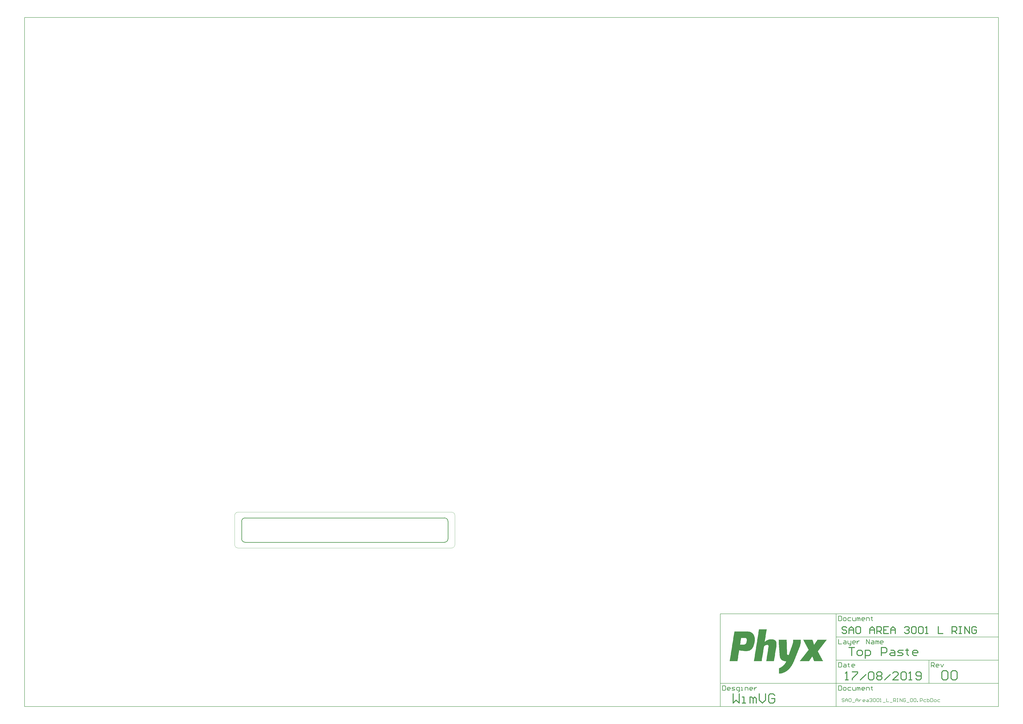
<source format=gtp>
G04*
G04 #@! TF.GenerationSoftware,Altium Limited,Altium Designer,18.1.7 (191)*
G04*
G04 Layer_Color=8421504*
%FSLAX25Y25*%
%MOIN*%
G70*
G01*
G75*
%ADD10C,0.01575*%
%ADD11C,0.00984*%
%ADD12C,0.00394*%
%ADD13C,0.00787*%
G36*
X872201Y-141778D02*
X873919D01*
Y-142065D01*
X874778D01*
Y-142351D01*
X875637D01*
Y-142637D01*
X876496D01*
Y-142924D01*
X877069D01*
Y-143210D01*
X877355D01*
Y-143496D01*
X877928D01*
Y-143783D01*
X878214D01*
Y-144069D01*
X878786D01*
Y-144355D01*
X879073D01*
Y-144641D01*
X879359D01*
Y-144928D01*
X879646D01*
Y-145214D01*
X879932D01*
Y-145501D01*
X880218D01*
Y-145787D01*
X880504D01*
Y-146073D01*
Y-146359D01*
X880791D01*
Y-146646D01*
X881077D01*
Y-146932D01*
Y-147218D01*
X881363D01*
Y-147505D01*
X881650D01*
Y-147791D01*
Y-148077D01*
X881936D01*
Y-148364D01*
Y-148650D01*
Y-148936D01*
X882222D01*
Y-149223D01*
Y-149509D01*
Y-149795D01*
X882509D01*
Y-150082D01*
Y-150368D01*
Y-150654D01*
Y-150940D01*
X882795D01*
Y-151227D01*
Y-151513D01*
Y-151799D01*
Y-152086D01*
Y-152372D01*
X883081D01*
Y-152658D01*
Y-152945D01*
Y-153231D01*
Y-153517D01*
Y-153804D01*
Y-154090D01*
Y-154376D01*
Y-154663D01*
Y-154949D01*
Y-155235D01*
Y-155521D01*
Y-155808D01*
Y-156094D01*
Y-156380D01*
Y-156667D01*
Y-156953D01*
Y-157239D01*
Y-157526D01*
Y-157812D01*
Y-158098D01*
X882795D01*
Y-158385D01*
Y-158671D01*
Y-158957D01*
Y-159244D01*
Y-159530D01*
Y-159816D01*
Y-160102D01*
X882509D01*
Y-160389D01*
Y-160675D01*
Y-160961D01*
Y-161248D01*
Y-161534D01*
X882222D01*
Y-161820D01*
Y-162107D01*
Y-162393D01*
Y-162679D01*
Y-162966D01*
X881936D01*
Y-163252D01*
Y-163538D01*
Y-163824D01*
X881650D01*
Y-164111D01*
Y-164397D01*
Y-164683D01*
Y-164970D01*
X881363D01*
Y-165256D01*
Y-165542D01*
Y-165829D01*
X881077D01*
Y-166115D01*
Y-166401D01*
X880791D01*
Y-166688D01*
Y-166974D01*
Y-167260D01*
X880504D01*
Y-167547D01*
Y-167833D01*
X880218D01*
Y-168119D01*
Y-168405D01*
X879932D01*
Y-168692D01*
Y-168978D01*
X879646D01*
Y-169264D01*
X879359D01*
Y-169551D01*
Y-169837D01*
X879073D01*
Y-170123D01*
X878786D01*
Y-170410D01*
X878500D01*
Y-170696D01*
Y-170982D01*
X878214D01*
Y-171269D01*
X877928D01*
Y-171555D01*
X877641D01*
Y-171841D01*
X877355D01*
Y-172127D01*
X877069D01*
Y-172414D01*
X876496D01*
Y-172700D01*
X876210D01*
Y-172986D01*
X875637D01*
Y-173273D01*
X875351D01*
Y-173559D01*
X874778D01*
Y-173845D01*
X873919D01*
Y-174132D01*
X873060D01*
Y-174418D01*
X872201D01*
Y-174704D01*
X870483D01*
Y-174991D01*
X865330D01*
Y-174704D01*
X862753D01*
Y-174418D01*
X860749D01*
Y-174132D01*
X859317D01*
Y-173845D01*
X857886D01*
Y-173559D01*
X856454D01*
Y-173845D01*
Y-174132D01*
Y-174418D01*
Y-174704D01*
Y-174991D01*
Y-175277D01*
Y-175563D01*
X856168D01*
Y-175850D01*
Y-176136D01*
Y-176422D01*
Y-176709D01*
Y-176995D01*
Y-177281D01*
X855882D01*
Y-177568D01*
Y-177854D01*
Y-178140D01*
Y-178426D01*
Y-178713D01*
Y-178999D01*
X855595D01*
Y-179285D01*
Y-179572D01*
Y-179858D01*
Y-180144D01*
Y-180431D01*
Y-180717D01*
Y-181003D01*
X855309D01*
Y-181290D01*
Y-181576D01*
Y-181862D01*
Y-182149D01*
Y-182435D01*
Y-182721D01*
X855023D01*
Y-183007D01*
Y-183294D01*
Y-183580D01*
Y-183866D01*
Y-184153D01*
Y-184439D01*
X854736D01*
Y-184725D01*
Y-185012D01*
Y-185298D01*
Y-185584D01*
Y-185871D01*
Y-186157D01*
Y-186443D01*
X854450D01*
Y-186730D01*
Y-187016D01*
Y-187302D01*
Y-187588D01*
Y-187875D01*
Y-188161D01*
X854164D01*
Y-188447D01*
Y-188734D01*
Y-189020D01*
Y-189306D01*
Y-189593D01*
Y-189879D01*
X853877D01*
Y-190165D01*
Y-190452D01*
Y-190738D01*
Y-191024D01*
Y-191311D01*
Y-191597D01*
Y-191883D01*
X840421D01*
Y-191597D01*
X840707D01*
Y-191311D01*
Y-191024D01*
Y-190738D01*
Y-190452D01*
Y-190165D01*
X840993D01*
Y-189879D01*
Y-189593D01*
Y-189306D01*
Y-189020D01*
Y-188734D01*
Y-188447D01*
Y-188161D01*
X841280D01*
Y-187875D01*
Y-187588D01*
Y-187302D01*
Y-187016D01*
Y-186730D01*
Y-186443D01*
X841566D01*
Y-186157D01*
Y-185871D01*
Y-185584D01*
Y-185298D01*
Y-185012D01*
Y-184725D01*
X841852D01*
Y-184439D01*
Y-184153D01*
Y-183866D01*
Y-183580D01*
Y-183294D01*
Y-183007D01*
Y-182721D01*
X842138D01*
Y-182435D01*
Y-182149D01*
Y-181862D01*
Y-181576D01*
Y-181290D01*
Y-181003D01*
X842425D01*
Y-180717D01*
Y-180431D01*
Y-180144D01*
Y-179858D01*
Y-179572D01*
Y-179285D01*
X842711D01*
Y-178999D01*
Y-178713D01*
Y-178426D01*
Y-178140D01*
Y-177854D01*
Y-177568D01*
X842997D01*
Y-177281D01*
Y-176995D01*
Y-176709D01*
Y-176422D01*
Y-176136D01*
Y-175850D01*
Y-175563D01*
X843284D01*
Y-175277D01*
Y-174991D01*
Y-174704D01*
Y-174418D01*
Y-174132D01*
Y-173845D01*
X843570D01*
Y-173559D01*
Y-173273D01*
Y-172986D01*
Y-172700D01*
Y-172414D01*
Y-172127D01*
X843856D01*
Y-171841D01*
Y-171555D01*
Y-171269D01*
Y-170982D01*
Y-170696D01*
Y-170410D01*
X844143D01*
Y-170123D01*
Y-169837D01*
Y-169551D01*
Y-169264D01*
Y-168978D01*
Y-168692D01*
Y-168405D01*
X844429D01*
Y-168119D01*
Y-167833D01*
Y-167547D01*
Y-167260D01*
Y-166974D01*
Y-166688D01*
X844715D01*
Y-166401D01*
Y-166115D01*
Y-165829D01*
Y-165542D01*
Y-165256D01*
Y-164970D01*
X845002D01*
Y-164683D01*
Y-164397D01*
Y-164111D01*
Y-163824D01*
Y-163538D01*
Y-163252D01*
Y-162966D01*
X845288D01*
Y-162679D01*
Y-162393D01*
Y-162107D01*
Y-161820D01*
Y-161534D01*
Y-161248D01*
X845574D01*
Y-160961D01*
Y-160675D01*
Y-160389D01*
Y-160102D01*
Y-159816D01*
Y-159530D01*
X845861D01*
Y-159244D01*
Y-158957D01*
Y-158671D01*
Y-158385D01*
Y-158098D01*
Y-157812D01*
X846147D01*
Y-157526D01*
Y-157239D01*
Y-156953D01*
Y-156667D01*
Y-156380D01*
Y-156094D01*
Y-155808D01*
X846433D01*
Y-155521D01*
Y-155235D01*
Y-154949D01*
Y-154663D01*
Y-154376D01*
Y-154090D01*
X846719D01*
Y-153804D01*
Y-153517D01*
Y-153231D01*
Y-152945D01*
Y-152658D01*
Y-152372D01*
X847006D01*
Y-152086D01*
Y-151799D01*
Y-151513D01*
Y-151227D01*
Y-150940D01*
Y-150654D01*
Y-150368D01*
X847292D01*
Y-150082D01*
Y-149795D01*
Y-149509D01*
Y-149223D01*
Y-148936D01*
Y-148650D01*
X847578D01*
Y-148364D01*
Y-148077D01*
Y-147791D01*
Y-147505D01*
Y-147218D01*
Y-146932D01*
X847865D01*
Y-146646D01*
Y-146359D01*
Y-146073D01*
Y-145787D01*
Y-145501D01*
Y-145214D01*
Y-144928D01*
X848151D01*
Y-144641D01*
Y-144355D01*
Y-144069D01*
Y-143783D01*
Y-143496D01*
Y-143210D01*
X848437D01*
Y-142924D01*
Y-142637D01*
Y-142351D01*
Y-142065D01*
Y-141778D01*
Y-141492D01*
X872201D01*
Y-141778D01*
D02*
G37*
G36*
X903409Y-138343D02*
Y-138629D01*
X903123D01*
Y-138915D01*
Y-139202D01*
Y-139488D01*
Y-139774D01*
Y-140060D01*
Y-140347D01*
X902837D01*
Y-140633D01*
Y-140919D01*
Y-141206D01*
Y-141492D01*
Y-141778D01*
Y-142065D01*
X902551D01*
Y-142351D01*
Y-142637D01*
Y-142924D01*
Y-143210D01*
Y-143496D01*
Y-143783D01*
Y-144069D01*
X902264D01*
Y-144355D01*
Y-144641D01*
Y-144928D01*
Y-145214D01*
Y-145501D01*
Y-145787D01*
X901978D01*
Y-146073D01*
Y-146359D01*
Y-146646D01*
Y-146932D01*
Y-147218D01*
Y-147505D01*
X901692D01*
Y-147791D01*
Y-148077D01*
Y-148364D01*
Y-148650D01*
Y-148936D01*
Y-149223D01*
Y-149509D01*
X901405D01*
Y-149795D01*
Y-150082D01*
Y-150368D01*
Y-150654D01*
Y-150940D01*
Y-151227D01*
X901119D01*
Y-151513D01*
Y-151799D01*
Y-152086D01*
Y-152372D01*
Y-152658D01*
Y-152945D01*
X900833D01*
Y-153231D01*
Y-153517D01*
Y-153804D01*
Y-154090D01*
Y-154376D01*
Y-154663D01*
X900546D01*
Y-154949D01*
Y-155235D01*
Y-155521D01*
Y-155808D01*
Y-156094D01*
Y-156380D01*
Y-156667D01*
X900260D01*
Y-156953D01*
Y-157239D01*
Y-157526D01*
Y-157812D01*
Y-158098D01*
Y-158385D01*
X899974D01*
Y-158671D01*
Y-158957D01*
X900546D01*
Y-158671D01*
X900833D01*
Y-158385D01*
X901119D01*
Y-158098D01*
X901692D01*
Y-157812D01*
X901978D01*
Y-157526D01*
X902264D01*
Y-157239D01*
X902837D01*
Y-156953D01*
X903409D01*
Y-156667D01*
X903696D01*
Y-156380D01*
X904268D01*
Y-156094D01*
X905127D01*
Y-155808D01*
X905700D01*
Y-155521D01*
X906559D01*
Y-155235D01*
X907990D01*
Y-154949D01*
X914289D01*
Y-155235D01*
X915435D01*
Y-155521D01*
X916294D01*
Y-155808D01*
X916866D01*
Y-156094D01*
X917153D01*
Y-156380D01*
X917725D01*
Y-156667D01*
X918011D01*
Y-156953D01*
X918298D01*
Y-157239D01*
X918584D01*
Y-157526D01*
X918870D01*
Y-157812D01*
Y-158098D01*
X919157D01*
Y-158385D01*
Y-158671D01*
X919443D01*
Y-158957D01*
Y-159244D01*
Y-159530D01*
X919729D01*
Y-159816D01*
Y-160102D01*
Y-160389D01*
Y-160675D01*
X920016D01*
Y-160961D01*
Y-161248D01*
Y-161534D01*
Y-161820D01*
Y-162107D01*
Y-162393D01*
Y-162679D01*
Y-162966D01*
Y-163252D01*
Y-163538D01*
Y-163824D01*
Y-164111D01*
Y-164397D01*
Y-164683D01*
Y-164970D01*
Y-165256D01*
Y-165542D01*
Y-165829D01*
X919729D01*
Y-166115D01*
Y-166401D01*
Y-166688D01*
Y-166974D01*
Y-167260D01*
Y-167547D01*
Y-167833D01*
X919443D01*
Y-168119D01*
Y-168405D01*
Y-168692D01*
Y-168978D01*
Y-169264D01*
Y-169551D01*
Y-169837D01*
X919157D01*
Y-170123D01*
Y-170410D01*
Y-170696D01*
Y-170982D01*
Y-171269D01*
Y-171555D01*
X918870D01*
Y-171841D01*
Y-172127D01*
Y-172414D01*
Y-172700D01*
Y-172986D01*
Y-173273D01*
X918584D01*
Y-173559D01*
Y-173845D01*
Y-174132D01*
Y-174418D01*
Y-174704D01*
Y-174991D01*
X918298D01*
Y-175277D01*
Y-175563D01*
Y-175850D01*
Y-176136D01*
Y-176422D01*
Y-176709D01*
Y-176995D01*
X918011D01*
Y-177281D01*
Y-177568D01*
Y-177854D01*
Y-178140D01*
Y-178426D01*
Y-178713D01*
X917725D01*
Y-178999D01*
Y-179285D01*
Y-179572D01*
Y-179858D01*
Y-180144D01*
Y-180431D01*
X917439D01*
Y-180717D01*
Y-181003D01*
Y-181290D01*
Y-181576D01*
Y-181862D01*
Y-182149D01*
Y-182435D01*
X917153D01*
Y-182721D01*
Y-183007D01*
Y-183294D01*
Y-183580D01*
Y-183866D01*
Y-184153D01*
X916866D01*
Y-184439D01*
Y-184725D01*
Y-185012D01*
Y-185298D01*
Y-185584D01*
Y-185871D01*
X916580D01*
Y-186157D01*
Y-186443D01*
Y-186730D01*
Y-187016D01*
Y-187302D01*
Y-187588D01*
X916294D01*
Y-187875D01*
Y-188161D01*
Y-188447D01*
Y-188734D01*
Y-189020D01*
Y-189306D01*
Y-189593D01*
X916007D01*
Y-189879D01*
Y-190165D01*
Y-190452D01*
Y-190738D01*
Y-191024D01*
Y-191311D01*
X915721D01*
Y-191597D01*
Y-191883D01*
X902551D01*
Y-191597D01*
Y-191311D01*
X902837D01*
Y-191024D01*
Y-190738D01*
Y-190452D01*
Y-190165D01*
Y-189879D01*
Y-189593D01*
X903123D01*
Y-189306D01*
Y-189020D01*
Y-188734D01*
Y-188447D01*
Y-188161D01*
Y-187875D01*
Y-187588D01*
X903409D01*
Y-187302D01*
Y-187016D01*
Y-186730D01*
Y-186443D01*
Y-186157D01*
Y-185871D01*
X903696D01*
Y-185584D01*
Y-185298D01*
Y-185012D01*
Y-184725D01*
Y-184439D01*
Y-184153D01*
X903982D01*
Y-183866D01*
Y-183580D01*
Y-183294D01*
Y-183007D01*
Y-182721D01*
Y-182435D01*
Y-182149D01*
X904268D01*
Y-181862D01*
Y-181576D01*
Y-181290D01*
Y-181003D01*
Y-180717D01*
Y-180431D01*
X904555D01*
Y-180144D01*
Y-179858D01*
Y-179572D01*
Y-179285D01*
Y-178999D01*
Y-178713D01*
Y-178426D01*
X904841D01*
Y-178140D01*
Y-177854D01*
Y-177568D01*
Y-177281D01*
Y-176995D01*
Y-176709D01*
X905127D01*
Y-176422D01*
Y-176136D01*
Y-175850D01*
Y-175563D01*
Y-175277D01*
Y-174991D01*
X905414D01*
Y-174704D01*
Y-174418D01*
Y-174132D01*
Y-173845D01*
Y-173559D01*
Y-173273D01*
X905700D01*
Y-172986D01*
Y-172700D01*
Y-172414D01*
Y-172127D01*
Y-171841D01*
Y-171555D01*
Y-171269D01*
X905986D01*
Y-170982D01*
Y-170696D01*
Y-170410D01*
Y-170123D01*
Y-169837D01*
Y-169551D01*
X906273D01*
Y-169264D01*
Y-168978D01*
Y-168692D01*
Y-168405D01*
Y-168119D01*
Y-167833D01*
Y-167547D01*
X906559D01*
Y-167260D01*
Y-166974D01*
Y-166688D01*
Y-166401D01*
Y-166115D01*
Y-165829D01*
X906273D01*
Y-165542D01*
Y-165256D01*
X905986D01*
Y-164970D01*
X905700D01*
Y-164683D01*
X905127D01*
Y-164397D01*
X903409D01*
Y-164683D01*
X901978D01*
Y-164970D01*
X901119D01*
Y-165256D01*
X900546D01*
Y-165542D01*
X900260D01*
Y-165829D01*
X899687D01*
Y-166115D01*
X899401D01*
Y-166401D01*
X899115D01*
Y-166688D01*
Y-166974D01*
X898828D01*
Y-167260D01*
Y-167547D01*
Y-167833D01*
X898542D01*
Y-168119D01*
Y-168405D01*
Y-168692D01*
Y-168978D01*
Y-169264D01*
Y-169551D01*
X898256D01*
Y-169837D01*
Y-170123D01*
Y-170410D01*
Y-170696D01*
Y-170982D01*
Y-171269D01*
Y-171555D01*
X897970D01*
Y-171841D01*
Y-172127D01*
Y-172414D01*
Y-172700D01*
Y-172986D01*
Y-173273D01*
X897683D01*
Y-173559D01*
Y-173845D01*
Y-174132D01*
Y-174418D01*
Y-174704D01*
Y-174991D01*
X897397D01*
Y-175277D01*
Y-175563D01*
Y-175850D01*
Y-176136D01*
Y-176422D01*
Y-176709D01*
X897111D01*
Y-176995D01*
Y-177281D01*
Y-177568D01*
Y-177854D01*
Y-178140D01*
Y-178426D01*
Y-178713D01*
X896824D01*
Y-178999D01*
Y-179285D01*
Y-179572D01*
Y-179858D01*
Y-180144D01*
Y-180431D01*
X896538D01*
Y-180717D01*
Y-181003D01*
Y-181290D01*
Y-181576D01*
Y-181862D01*
Y-182149D01*
X896252D01*
Y-182435D01*
Y-182721D01*
Y-183007D01*
Y-183294D01*
Y-183580D01*
Y-183866D01*
Y-184153D01*
X895965D01*
Y-184439D01*
Y-184725D01*
Y-185012D01*
Y-185298D01*
Y-185584D01*
Y-185871D01*
X895679D01*
Y-186157D01*
Y-186443D01*
Y-186730D01*
Y-187016D01*
Y-187302D01*
Y-187588D01*
X895393D01*
Y-187875D01*
Y-188161D01*
Y-188447D01*
Y-188734D01*
Y-189020D01*
Y-189306D01*
X895106D01*
Y-189593D01*
Y-189879D01*
Y-190165D01*
Y-190452D01*
Y-190738D01*
Y-191024D01*
Y-191311D01*
X894820D01*
Y-191597D01*
Y-191883D01*
X881650D01*
Y-191597D01*
Y-191311D01*
X881936D01*
Y-191024D01*
Y-190738D01*
Y-190452D01*
Y-190165D01*
Y-189879D01*
Y-189593D01*
Y-189306D01*
X882222D01*
Y-189020D01*
Y-188734D01*
Y-188447D01*
Y-188161D01*
Y-187875D01*
Y-187588D01*
X882509D01*
Y-187302D01*
Y-187016D01*
Y-186730D01*
Y-186443D01*
Y-186157D01*
Y-185871D01*
X882795D01*
Y-185584D01*
Y-185298D01*
Y-185012D01*
Y-184725D01*
Y-184439D01*
Y-184153D01*
Y-183866D01*
X883081D01*
Y-183580D01*
Y-183294D01*
Y-183007D01*
Y-182721D01*
Y-182435D01*
Y-182149D01*
X883368D01*
Y-181862D01*
Y-181576D01*
Y-181290D01*
Y-181003D01*
Y-180717D01*
Y-180431D01*
X883654D01*
Y-180144D01*
Y-179858D01*
Y-179572D01*
Y-179285D01*
Y-178999D01*
Y-178713D01*
X883940D01*
Y-178426D01*
Y-178140D01*
Y-177854D01*
Y-177568D01*
Y-177281D01*
Y-176995D01*
Y-176709D01*
X884227D01*
Y-176422D01*
Y-176136D01*
Y-175850D01*
Y-175563D01*
Y-175277D01*
Y-174991D01*
X884513D01*
Y-174704D01*
Y-174418D01*
Y-174132D01*
Y-173845D01*
Y-173559D01*
Y-173273D01*
X884799D01*
Y-172986D01*
Y-172700D01*
Y-172414D01*
Y-172127D01*
Y-171841D01*
Y-171555D01*
Y-171269D01*
X885085D01*
Y-170982D01*
Y-170696D01*
Y-170410D01*
Y-170123D01*
Y-169837D01*
Y-169551D01*
X885372D01*
Y-169264D01*
Y-168978D01*
Y-168692D01*
Y-168405D01*
Y-168119D01*
Y-167833D01*
X885658D01*
Y-167547D01*
Y-167260D01*
Y-166974D01*
Y-166688D01*
Y-166401D01*
Y-166115D01*
X885944D01*
Y-165829D01*
Y-165542D01*
Y-165256D01*
Y-164970D01*
Y-164683D01*
Y-164397D01*
Y-164111D01*
X886231D01*
Y-163824D01*
Y-163538D01*
Y-163252D01*
Y-162966D01*
Y-162679D01*
Y-162393D01*
X886517D01*
Y-162107D01*
Y-161820D01*
Y-161534D01*
Y-161248D01*
Y-160961D01*
Y-160675D01*
X886803D01*
Y-160389D01*
Y-160102D01*
Y-159816D01*
Y-159530D01*
Y-159244D01*
Y-158957D01*
X887090D01*
Y-158671D01*
Y-158385D01*
Y-158098D01*
Y-157812D01*
Y-157526D01*
Y-157239D01*
Y-156953D01*
X887376D01*
Y-156667D01*
Y-156380D01*
Y-156094D01*
Y-155808D01*
Y-155521D01*
Y-155235D01*
X887662D01*
Y-154949D01*
Y-154663D01*
Y-154376D01*
Y-154090D01*
Y-153804D01*
Y-153517D01*
X887949D01*
Y-153231D01*
Y-152945D01*
Y-152658D01*
Y-152372D01*
Y-152086D01*
Y-151799D01*
Y-151513D01*
X888235D01*
Y-151227D01*
Y-150940D01*
Y-150654D01*
Y-150368D01*
Y-150082D01*
Y-149795D01*
X888521D01*
Y-149509D01*
Y-149223D01*
Y-148936D01*
Y-148650D01*
Y-148364D01*
Y-148077D01*
X888807D01*
Y-147791D01*
Y-147505D01*
Y-147218D01*
Y-146932D01*
Y-146646D01*
Y-146359D01*
X889094D01*
Y-146073D01*
Y-145787D01*
Y-145501D01*
Y-145214D01*
Y-144928D01*
Y-144641D01*
Y-144355D01*
X889380D01*
Y-144069D01*
Y-143783D01*
Y-143496D01*
Y-143210D01*
Y-142924D01*
Y-142637D01*
X889666D01*
Y-142351D01*
Y-142065D01*
Y-141778D01*
Y-141492D01*
Y-141206D01*
Y-140919D01*
X889953D01*
Y-140633D01*
Y-140347D01*
Y-140060D01*
Y-139774D01*
Y-139488D01*
Y-139202D01*
Y-138915D01*
X890239D01*
Y-138629D01*
Y-138343D01*
Y-138056D01*
X903409D01*
Y-138343D01*
D02*
G37*
G36*
X1005337Y-155808D02*
X1005050D01*
Y-156094D01*
X1004764D01*
Y-156380D01*
Y-156667D01*
X1004478D01*
Y-156953D01*
X1004192D01*
Y-157239D01*
X1003905D01*
Y-157526D01*
Y-157812D01*
X1003619D01*
Y-158098D01*
X1003333D01*
Y-158385D01*
X1003046D01*
Y-158671D01*
X1002760D01*
Y-158957D01*
Y-159244D01*
X1002474D01*
Y-159530D01*
X1002187D01*
Y-159816D01*
X1001901D01*
Y-160102D01*
Y-160389D01*
X1001615D01*
Y-160675D01*
X1001328D01*
Y-160961D01*
X1001042D01*
Y-161248D01*
X1000756D01*
Y-161534D01*
Y-161820D01*
X1000469D01*
Y-162107D01*
X1000183D01*
Y-162393D01*
X999897D01*
Y-162679D01*
Y-162966D01*
X999611D01*
Y-163252D01*
X999324D01*
Y-163538D01*
X999038D01*
Y-163824D01*
Y-164111D01*
X998752D01*
Y-164397D01*
X998465D01*
Y-164683D01*
X998179D01*
Y-164970D01*
X997893D01*
Y-165256D01*
Y-165542D01*
X997606D01*
Y-165829D01*
X997320D01*
Y-166115D01*
X997034D01*
Y-166401D01*
Y-166688D01*
X996747D01*
Y-166974D01*
X996461D01*
Y-167260D01*
X996175D01*
Y-167547D01*
Y-167833D01*
X995889D01*
Y-168119D01*
X995602D01*
Y-168405D01*
X995316D01*
Y-168692D01*
X995030D01*
Y-168978D01*
Y-169264D01*
X994743D01*
Y-169551D01*
X994457D01*
Y-169837D01*
X994171D01*
Y-170123D01*
Y-170410D01*
X993884D01*
Y-170696D01*
X993598D01*
Y-170982D01*
X993312D01*
Y-171269D01*
Y-171555D01*
X993025D01*
Y-171841D01*
X992739D01*
Y-172127D01*
X992453D01*
Y-172414D01*
X992166D01*
Y-172700D01*
Y-172986D01*
X991880D01*
Y-173273D01*
X991594D01*
Y-173559D01*
X991308D01*
Y-173845D01*
Y-174132D01*
X991021D01*
Y-174418D01*
X990735D01*
Y-174704D01*
X990449D01*
Y-174991D01*
X990162D01*
Y-175277D01*
Y-175563D01*
X990449D01*
Y-175850D01*
Y-176136D01*
X990735D01*
Y-176422D01*
Y-176709D01*
X991021D01*
Y-176995D01*
X991308D01*
Y-177281D01*
Y-177568D01*
X991594D01*
Y-177854D01*
Y-178140D01*
X991880D01*
Y-178426D01*
Y-178713D01*
X992166D01*
Y-178999D01*
Y-179285D01*
X992453D01*
Y-179572D01*
Y-179858D01*
X992739D01*
Y-180144D01*
Y-180431D01*
X993025D01*
Y-180717D01*
Y-181003D01*
X993312D01*
Y-181290D01*
Y-181576D01*
X993598D01*
Y-181862D01*
X993884D01*
Y-182149D01*
Y-182435D01*
X994171D01*
Y-182721D01*
Y-183007D01*
X994457D01*
Y-183294D01*
Y-183580D01*
X994743D01*
Y-183866D01*
Y-184153D01*
X995030D01*
Y-184439D01*
Y-184725D01*
X995316D01*
Y-185012D01*
Y-185298D01*
X995602D01*
Y-185584D01*
Y-185871D01*
X995889D01*
Y-186157D01*
X996175D01*
Y-186443D01*
Y-186730D01*
X996461D01*
Y-187016D01*
Y-187302D01*
X996747D01*
Y-187588D01*
Y-187875D01*
X997034D01*
Y-188161D01*
Y-188447D01*
X997320D01*
Y-188734D01*
Y-189020D01*
X997606D01*
Y-189306D01*
Y-189593D01*
X997893D01*
Y-189879D01*
Y-190165D01*
X998179D01*
Y-190452D01*
X998465D01*
Y-190738D01*
Y-191024D01*
X998752D01*
Y-191311D01*
Y-191597D01*
X999038D01*
Y-191883D01*
X983863D01*
Y-191597D01*
X983577D01*
Y-191311D01*
Y-191024D01*
Y-190738D01*
X983291D01*
Y-190452D01*
Y-190165D01*
Y-189879D01*
X983004D01*
Y-189593D01*
Y-189306D01*
X982718D01*
Y-189020D01*
Y-188734D01*
Y-188447D01*
X982432D01*
Y-188161D01*
Y-187875D01*
Y-187588D01*
X982146D01*
Y-187302D01*
Y-187016D01*
X981859D01*
Y-186730D01*
Y-186443D01*
Y-186157D01*
X981573D01*
Y-185871D01*
Y-185584D01*
Y-185298D01*
X981287D01*
Y-185012D01*
Y-184725D01*
Y-184439D01*
X981000D01*
Y-184153D01*
X980428D01*
Y-184439D01*
Y-184725D01*
X980141D01*
Y-185012D01*
X979855D01*
Y-185298D01*
Y-185584D01*
X979569D01*
Y-185871D01*
X979282D01*
Y-186157D01*
Y-186443D01*
X978996D01*
Y-186730D01*
X978710D01*
Y-187016D01*
Y-187302D01*
X978423D01*
Y-187588D01*
X978137D01*
Y-187875D01*
X977851D01*
Y-188161D01*
Y-188447D01*
X977565D01*
Y-188734D01*
X977278D01*
Y-189020D01*
Y-189306D01*
X976992D01*
Y-189593D01*
X976705D01*
Y-189879D01*
Y-190165D01*
X976419D01*
Y-190452D01*
X976133D01*
Y-190738D01*
Y-191024D01*
X975847D01*
Y-191311D01*
X975560D01*
Y-191597D01*
Y-191883D01*
X959527D01*
Y-191597D01*
X959813D01*
Y-191311D01*
X960099D01*
Y-191024D01*
X960386D01*
Y-190738D01*
X960672D01*
Y-190452D01*
Y-190165D01*
X960958D01*
Y-189879D01*
X961245D01*
Y-189593D01*
X961531D01*
Y-189306D01*
X961817D01*
Y-189020D01*
Y-188734D01*
X962104D01*
Y-188447D01*
X962390D01*
Y-188161D01*
X962676D01*
Y-187875D01*
Y-187588D01*
X962963D01*
Y-187302D01*
X963249D01*
Y-187016D01*
X963535D01*
Y-186730D01*
X963822D01*
Y-186443D01*
Y-186157D01*
X964108D01*
Y-185871D01*
X964394D01*
Y-185584D01*
X964680D01*
Y-185298D01*
X964967D01*
Y-185012D01*
Y-184725D01*
X965253D01*
Y-184439D01*
X965539D01*
Y-184153D01*
X965826D01*
Y-183866D01*
Y-183580D01*
X966112D01*
Y-183294D01*
X966398D01*
Y-183007D01*
X966685D01*
Y-182721D01*
X966971D01*
Y-182435D01*
Y-182149D01*
X967257D01*
Y-181862D01*
X967544D01*
Y-181576D01*
X967830D01*
Y-181290D01*
Y-181003D01*
X968116D01*
Y-180717D01*
X968402D01*
Y-180431D01*
X968689D01*
Y-180144D01*
X968975D01*
Y-179858D01*
Y-179572D01*
X969261D01*
Y-179285D01*
X969548D01*
Y-178999D01*
X969834D01*
Y-178713D01*
Y-178426D01*
X970120D01*
Y-178140D01*
X970407D01*
Y-177854D01*
X970693D01*
Y-177568D01*
X970979D01*
Y-177281D01*
Y-176995D01*
X971266D01*
Y-176709D01*
X971552D01*
Y-176422D01*
X971838D01*
Y-176136D01*
X972124D01*
Y-175850D01*
Y-175563D01*
X972411D01*
Y-175277D01*
X972697D01*
Y-174991D01*
X972983D01*
Y-174704D01*
Y-174418D01*
X973270D01*
Y-174132D01*
X973556D01*
Y-173845D01*
X973842D01*
Y-173559D01*
X974129D01*
Y-173273D01*
Y-172986D01*
X974415D01*
Y-172700D01*
Y-172414D01*
Y-172127D01*
X974129D01*
Y-171841D01*
X973842D01*
Y-171555D01*
Y-171269D01*
X973556D01*
Y-170982D01*
Y-170696D01*
X973270D01*
Y-170410D01*
Y-170123D01*
X972983D01*
Y-169837D01*
Y-169551D01*
X972697D01*
Y-169264D01*
Y-168978D01*
X972411D01*
Y-168692D01*
Y-168405D01*
X972124D01*
Y-168119D01*
X971838D01*
Y-167833D01*
Y-167547D01*
X971552D01*
Y-167260D01*
Y-166974D01*
X971266D01*
Y-166688D01*
Y-166401D01*
X970979D01*
Y-166115D01*
Y-165829D01*
X970693D01*
Y-165542D01*
Y-165256D01*
X970407D01*
Y-164970D01*
Y-164683D01*
X970120D01*
Y-164397D01*
X969834D01*
Y-164111D01*
Y-163824D01*
X969548D01*
Y-163538D01*
Y-163252D01*
X969261D01*
Y-162966D01*
Y-162679D01*
X968975D01*
Y-162393D01*
Y-162107D01*
X968689D01*
Y-161820D01*
Y-161534D01*
X968402D01*
Y-161248D01*
Y-160961D01*
X968116D01*
Y-160675D01*
Y-160389D01*
X967830D01*
Y-160102D01*
X967544D01*
Y-159816D01*
Y-159530D01*
X967257D01*
Y-159244D01*
Y-158957D01*
X966971D01*
Y-158671D01*
Y-158385D01*
X966685D01*
Y-158098D01*
Y-157812D01*
X966398D01*
Y-157526D01*
Y-157239D01*
X966112D01*
Y-156953D01*
Y-156667D01*
X965826D01*
Y-156380D01*
X965539D01*
Y-156094D01*
Y-155808D01*
X965253D01*
Y-155521D01*
X981000D01*
Y-155808D01*
X981287D01*
Y-156094D01*
Y-156380D01*
Y-156667D01*
X981573D01*
Y-156953D01*
Y-157239D01*
Y-157526D01*
X981859D01*
Y-157812D01*
Y-158098D01*
Y-158385D01*
X982146D01*
Y-158671D01*
Y-158957D01*
Y-159244D01*
X982432D01*
Y-159530D01*
Y-159816D01*
Y-160102D01*
X982718D01*
Y-160389D01*
Y-160675D01*
Y-160961D01*
X983004D01*
Y-161248D01*
Y-161534D01*
Y-161820D01*
X983291D01*
Y-162107D01*
Y-162393D01*
Y-162679D01*
X983577D01*
Y-162966D01*
Y-163252D01*
Y-163538D01*
Y-163824D01*
X984150D01*
Y-163538D01*
X984436D01*
Y-163252D01*
X984722D01*
Y-162966D01*
Y-162679D01*
X985009D01*
Y-162393D01*
X985295D01*
Y-162107D01*
Y-161820D01*
X985581D01*
Y-161534D01*
X985868D01*
Y-161248D01*
Y-160961D01*
X986154D01*
Y-160675D01*
X986440D01*
Y-160389D01*
Y-160102D01*
X986726D01*
Y-159816D01*
X987013D01*
Y-159530D01*
Y-159244D01*
X987299D01*
Y-158957D01*
X987585D01*
Y-158671D01*
Y-158385D01*
X987872D01*
Y-158098D01*
X988158D01*
Y-157812D01*
Y-157526D01*
X988444D01*
Y-157239D01*
X988731D01*
Y-156953D01*
Y-156667D01*
X989017D01*
Y-156380D01*
X989303D01*
Y-156094D01*
Y-155808D01*
X989590D01*
Y-155521D01*
X1005337D01*
Y-155808D01*
D02*
G37*
G36*
X961245D02*
Y-156094D01*
Y-156380D01*
Y-156667D01*
Y-156953D01*
Y-157239D01*
Y-157526D01*
Y-157812D01*
Y-158098D01*
Y-158385D01*
Y-158671D01*
Y-158957D01*
Y-159244D01*
Y-159530D01*
Y-159816D01*
Y-160102D01*
Y-160389D01*
Y-160675D01*
Y-160961D01*
Y-161248D01*
Y-161534D01*
X960958D01*
Y-161820D01*
Y-162107D01*
Y-162393D01*
Y-162679D01*
Y-162966D01*
X960672D01*
Y-163252D01*
Y-163538D01*
Y-163824D01*
Y-164111D01*
X960386D01*
Y-164397D01*
Y-164683D01*
Y-164970D01*
Y-165256D01*
X960099D01*
Y-165542D01*
Y-165829D01*
Y-166115D01*
X959813D01*
Y-166401D01*
Y-166688D01*
Y-166974D01*
X959527D01*
Y-167260D01*
Y-167547D01*
Y-167833D01*
X959241D01*
Y-168119D01*
Y-168405D01*
Y-168692D01*
X958954D01*
Y-168978D01*
Y-169264D01*
X958668D01*
Y-169551D01*
Y-169837D01*
X958381D01*
Y-170123D01*
Y-170410D01*
Y-170696D01*
X958095D01*
Y-170982D01*
Y-171269D01*
X957809D01*
Y-171555D01*
Y-171841D01*
Y-172127D01*
X957523D01*
Y-172414D01*
Y-172700D01*
X957236D01*
Y-172986D01*
Y-173273D01*
Y-173559D01*
X956950D01*
Y-173845D01*
Y-174132D01*
X956664D01*
Y-174418D01*
Y-174704D01*
Y-174991D01*
X956377D01*
Y-175277D01*
Y-175563D01*
X956091D01*
Y-175850D01*
Y-176136D01*
Y-176422D01*
X955805D01*
Y-176709D01*
Y-176995D01*
X955518D01*
Y-177281D01*
Y-177568D01*
Y-177854D01*
X955232D01*
Y-178140D01*
Y-178426D01*
X954946D01*
Y-178713D01*
Y-178999D01*
Y-179285D01*
X954659D01*
Y-179572D01*
Y-179858D01*
X954373D01*
Y-180144D01*
Y-180431D01*
Y-180717D01*
X954087D01*
Y-181003D01*
Y-181290D01*
X953800D01*
Y-181576D01*
Y-181862D01*
Y-182149D01*
X953514D01*
Y-182435D01*
Y-182721D01*
X953228D01*
Y-183007D01*
Y-183294D01*
Y-183580D01*
X952942D01*
Y-183866D01*
Y-184153D01*
X952655D01*
Y-184439D01*
Y-184725D01*
Y-185012D01*
X952369D01*
Y-185298D01*
Y-185584D01*
X952083D01*
Y-185871D01*
Y-186157D01*
Y-186443D01*
X951796D01*
Y-186730D01*
Y-187016D01*
X951510D01*
Y-187302D01*
Y-187588D01*
Y-187875D01*
X951224D01*
Y-188161D01*
Y-188447D01*
X950937D01*
Y-188734D01*
Y-189020D01*
Y-189306D01*
X950651D01*
Y-189593D01*
Y-189879D01*
X950365D01*
Y-190165D01*
Y-190452D01*
Y-190738D01*
X950078D01*
Y-191024D01*
Y-191311D01*
X949792D01*
Y-191597D01*
Y-191883D01*
Y-192169D01*
X949506D01*
Y-192456D01*
Y-192742D01*
X949220D01*
Y-193028D01*
Y-193315D01*
X948933D01*
Y-193601D01*
Y-193887D01*
X948647D01*
Y-194174D01*
Y-194460D01*
Y-194746D01*
X948361D01*
Y-195033D01*
X948074D01*
Y-195319D01*
Y-195605D01*
Y-195891D01*
X947788D01*
Y-196178D01*
X947502D01*
Y-196464D01*
Y-196750D01*
X947215D01*
Y-197037D01*
Y-197323D01*
X946929D01*
Y-197609D01*
Y-197896D01*
X946643D01*
Y-198182D01*
Y-198468D01*
X946356D01*
Y-198755D01*
X946070D01*
Y-199041D01*
Y-199327D01*
X945784D01*
Y-199614D01*
Y-199900D01*
X945497D01*
Y-200186D01*
X945211D01*
Y-200472D01*
X944925D01*
Y-200759D01*
Y-201045D01*
X944639D01*
Y-201331D01*
X944352D01*
Y-201618D01*
Y-201904D01*
X944066D01*
Y-202190D01*
X943780D01*
Y-202477D01*
X943493D01*
Y-202763D01*
Y-203049D01*
X943207D01*
Y-203336D01*
X942921D01*
Y-203622D01*
X942634D01*
Y-203908D01*
X942348D01*
Y-204195D01*
X942062D01*
Y-204481D01*
Y-204767D01*
X941775D01*
Y-205053D01*
X941489D01*
Y-205340D01*
X941203D01*
Y-205626D01*
X940916D01*
Y-205912D01*
X940630D01*
Y-206199D01*
X940344D01*
Y-206485D01*
X940057D01*
Y-206771D01*
X939485D01*
Y-207058D01*
X939199D01*
Y-207344D01*
X938912D01*
Y-207630D01*
X938626D01*
Y-207917D01*
X938340D01*
Y-208203D01*
X937767D01*
Y-208489D01*
X937481D01*
Y-208776D01*
X936908D01*
Y-209062D01*
X936622D01*
Y-209348D01*
X936049D01*
Y-209634D01*
X935763D01*
Y-209921D01*
X935190D01*
Y-210207D01*
X934618D01*
Y-210493D01*
X934045D01*
Y-210780D01*
X933472D01*
Y-211066D01*
X932900D01*
Y-211352D01*
X932041D01*
Y-211639D01*
X931468D01*
Y-211925D01*
X930609D01*
Y-212211D01*
X929464D01*
Y-212498D01*
X928319D01*
Y-212784D01*
X926601D01*
Y-213070D01*
X924597D01*
Y-213357D01*
X924310D01*
Y-213070D01*
Y-212784D01*
Y-212498D01*
Y-212211D01*
Y-211925D01*
Y-211639D01*
Y-211352D01*
Y-211066D01*
Y-210780D01*
Y-210493D01*
Y-210207D01*
Y-209921D01*
Y-209634D01*
Y-209348D01*
Y-209062D01*
Y-208776D01*
Y-208489D01*
Y-208203D01*
Y-207917D01*
Y-207630D01*
Y-207344D01*
Y-207058D01*
Y-206771D01*
Y-206485D01*
Y-206199D01*
Y-205912D01*
Y-205626D01*
Y-205340D01*
Y-205053D01*
Y-204767D01*
Y-204481D01*
Y-204195D01*
Y-203908D01*
X924883D01*
Y-203622D01*
X925455D01*
Y-203336D01*
X926028D01*
Y-203049D01*
X926601D01*
Y-202763D01*
X927173D01*
Y-202477D01*
X927746D01*
Y-202190D01*
X928032D01*
Y-201904D01*
X928605D01*
Y-201618D01*
X928891D01*
Y-201331D01*
X929464D01*
Y-201045D01*
X929750D01*
Y-200759D01*
X930037D01*
Y-200472D01*
X930609D01*
Y-200186D01*
X930896D01*
Y-199900D01*
X931182D01*
Y-199614D01*
X931468D01*
Y-199327D01*
X931754D01*
Y-199041D01*
X932041D01*
Y-198755D01*
X932327D01*
Y-198468D01*
X932613D01*
Y-198182D01*
X932900D01*
Y-197896D01*
X933186D01*
Y-197609D01*
X933472D01*
Y-197323D01*
X933759D01*
Y-197037D01*
Y-196750D01*
X934045D01*
Y-196464D01*
X934331D01*
Y-196178D01*
X934618D01*
Y-195891D01*
Y-195605D01*
X934904D01*
Y-195319D01*
X935190D01*
Y-195033D01*
Y-194746D01*
X935476D01*
Y-194460D01*
Y-194174D01*
X935763D01*
Y-193887D01*
X936049D01*
Y-193601D01*
Y-193315D01*
X936335D01*
Y-193028D01*
Y-192742D01*
X936622D01*
Y-192456D01*
Y-192169D01*
X934904D01*
Y-191883D01*
X932900D01*
Y-191597D01*
X931754D01*
Y-191311D01*
X931182D01*
Y-191024D01*
X930323D01*
Y-190738D01*
X929750D01*
Y-190452D01*
X929464D01*
Y-190165D01*
X928891D01*
Y-189879D01*
X928605D01*
Y-189593D01*
X928319D01*
Y-189306D01*
X928032D01*
Y-189020D01*
X927746D01*
Y-188734D01*
X927460D01*
Y-188447D01*
Y-188161D01*
X927173D01*
Y-187875D01*
X926887D01*
Y-187588D01*
Y-187302D01*
X926601D01*
Y-187016D01*
Y-186730D01*
X926315D01*
Y-186443D01*
Y-186157D01*
X926028D01*
Y-185871D01*
Y-185584D01*
Y-185298D01*
X925742D01*
Y-185012D01*
Y-184725D01*
Y-184439D01*
Y-184153D01*
X925455D01*
Y-183866D01*
Y-183580D01*
Y-183294D01*
Y-183007D01*
Y-182721D01*
Y-182435D01*
Y-182149D01*
X925169D01*
Y-181862D01*
Y-181576D01*
Y-181290D01*
Y-181003D01*
Y-180717D01*
Y-180431D01*
Y-180144D01*
Y-179858D01*
Y-179572D01*
Y-179285D01*
Y-178999D01*
Y-178713D01*
Y-178426D01*
Y-178140D01*
Y-177854D01*
X924883D01*
Y-177568D01*
Y-177281D01*
Y-176995D01*
Y-176709D01*
Y-176422D01*
Y-176136D01*
Y-175850D01*
Y-175563D01*
Y-175277D01*
Y-174991D01*
Y-174704D01*
Y-174418D01*
Y-174132D01*
Y-173845D01*
Y-173559D01*
X924597D01*
Y-173273D01*
Y-172986D01*
Y-172700D01*
Y-172414D01*
Y-172127D01*
Y-171841D01*
Y-171555D01*
Y-171269D01*
Y-170982D01*
Y-170696D01*
Y-170410D01*
Y-170123D01*
Y-169837D01*
Y-169551D01*
Y-169264D01*
Y-168978D01*
X924310D01*
Y-168692D01*
Y-168405D01*
Y-168119D01*
Y-167833D01*
Y-167547D01*
Y-167260D01*
Y-166974D01*
Y-166688D01*
Y-166401D01*
Y-166115D01*
Y-165829D01*
Y-165542D01*
Y-165256D01*
Y-164970D01*
Y-164683D01*
Y-164397D01*
X924024D01*
Y-164111D01*
Y-163824D01*
Y-163538D01*
Y-163252D01*
Y-162966D01*
Y-162679D01*
Y-162393D01*
Y-162107D01*
Y-161820D01*
Y-161534D01*
Y-161248D01*
Y-160961D01*
Y-160675D01*
Y-160389D01*
X923738D01*
Y-160102D01*
Y-159816D01*
Y-159530D01*
Y-159244D01*
Y-158957D01*
Y-158671D01*
Y-158385D01*
Y-158098D01*
Y-157812D01*
Y-157526D01*
Y-157239D01*
Y-156953D01*
Y-156667D01*
Y-156380D01*
Y-156094D01*
Y-155808D01*
X923451D01*
Y-155521D01*
X937194D01*
Y-155808D01*
Y-156094D01*
Y-156380D01*
Y-156667D01*
Y-156953D01*
Y-157239D01*
Y-157526D01*
Y-157812D01*
Y-158098D01*
Y-158385D01*
Y-158671D01*
Y-158957D01*
Y-159244D01*
Y-159530D01*
X937481D01*
Y-159816D01*
Y-160102D01*
Y-160389D01*
Y-160675D01*
Y-160961D01*
Y-161248D01*
Y-161534D01*
Y-161820D01*
Y-162107D01*
Y-162393D01*
Y-162679D01*
Y-162966D01*
Y-163252D01*
Y-163538D01*
Y-163824D01*
Y-164111D01*
Y-164397D01*
Y-164683D01*
Y-164970D01*
Y-165256D01*
Y-165542D01*
Y-165829D01*
Y-166115D01*
Y-166401D01*
Y-166688D01*
Y-166974D01*
Y-167260D01*
Y-167547D01*
Y-167833D01*
Y-168119D01*
Y-168405D01*
Y-168692D01*
Y-168978D01*
Y-169264D01*
Y-169551D01*
Y-169837D01*
Y-170123D01*
Y-170410D01*
Y-170696D01*
Y-170982D01*
Y-171269D01*
X937767D01*
Y-171555D01*
X937481D01*
Y-171841D01*
Y-172127D01*
X937767D01*
Y-172414D01*
Y-172700D01*
Y-172986D01*
Y-173273D01*
Y-173559D01*
Y-173845D01*
Y-174132D01*
Y-174418D01*
Y-174704D01*
Y-174991D01*
Y-175277D01*
Y-175563D01*
Y-175850D01*
Y-176136D01*
Y-176422D01*
Y-176709D01*
Y-176995D01*
Y-177281D01*
Y-177568D01*
Y-177854D01*
Y-178140D01*
Y-178426D01*
Y-178713D01*
Y-178999D01*
Y-179285D01*
Y-179572D01*
X938053D01*
Y-179858D01*
Y-180144D01*
Y-180431D01*
X938340D01*
Y-180717D01*
X938626D01*
Y-181003D01*
X938912D01*
Y-181290D01*
X939771D01*
Y-181576D01*
X940630D01*
Y-181290D01*
X940916D01*
Y-181003D01*
Y-180717D01*
Y-180431D01*
X941203D01*
Y-180144D01*
Y-179858D01*
X941489D01*
Y-179572D01*
Y-179285D01*
Y-178999D01*
X941775D01*
Y-178713D01*
Y-178426D01*
Y-178140D01*
X942062D01*
Y-177854D01*
Y-177568D01*
Y-177281D01*
X942348D01*
Y-176995D01*
Y-176709D01*
Y-176422D01*
X942634D01*
Y-176136D01*
Y-175850D01*
X942921D01*
Y-175563D01*
Y-175277D01*
Y-174991D01*
X943207D01*
Y-174704D01*
Y-174418D01*
Y-174132D01*
X943493D01*
Y-173845D01*
Y-173559D01*
Y-173273D01*
X943780D01*
Y-172986D01*
Y-172700D01*
X944066D01*
Y-172414D01*
Y-172127D01*
Y-171841D01*
X944352D01*
Y-171555D01*
Y-171269D01*
Y-170982D01*
X944639D01*
Y-170696D01*
Y-170410D01*
Y-170123D01*
X944925D01*
Y-169837D01*
Y-169551D01*
X945211D01*
Y-169264D01*
Y-168978D01*
Y-168692D01*
X945497D01*
Y-168405D01*
Y-168119D01*
Y-167833D01*
X945784D01*
Y-167547D01*
Y-167260D01*
Y-166974D01*
X946070D01*
Y-166688D01*
Y-166401D01*
X946356D01*
Y-166115D01*
Y-165829D01*
Y-165542D01*
X946643D01*
Y-165256D01*
Y-164970D01*
Y-164683D01*
X946929D01*
Y-164397D01*
Y-164111D01*
Y-163824D01*
X947215D01*
Y-163538D01*
Y-163252D01*
Y-162966D01*
Y-162679D01*
X947502D01*
Y-162393D01*
Y-162107D01*
Y-161820D01*
Y-161534D01*
X947788D01*
Y-161248D01*
Y-160961D01*
Y-160675D01*
Y-160389D01*
Y-160102D01*
X948074D01*
Y-159816D01*
Y-159530D01*
Y-159244D01*
Y-158957D01*
Y-158671D01*
Y-158385D01*
X948361D01*
Y-158098D01*
Y-157812D01*
Y-157526D01*
Y-157239D01*
Y-156953D01*
Y-156667D01*
Y-156380D01*
Y-156094D01*
Y-155808D01*
Y-155521D01*
X961245D01*
Y-155808D01*
D02*
G37*
%LPC*%
G36*
X867907Y-152658D02*
X859890D01*
Y-152945D01*
Y-153231D01*
Y-153517D01*
Y-153804D01*
Y-154090D01*
X859604D01*
Y-154376D01*
Y-154663D01*
Y-154949D01*
Y-155235D01*
Y-155521D01*
Y-155808D01*
X859317D01*
Y-156094D01*
Y-156380D01*
Y-156667D01*
Y-156953D01*
Y-157239D01*
Y-157526D01*
X859031D01*
Y-157812D01*
Y-158098D01*
Y-158385D01*
Y-158671D01*
Y-158957D01*
Y-159244D01*
X858745D01*
Y-159530D01*
Y-159816D01*
Y-160102D01*
Y-160389D01*
Y-160675D01*
Y-160961D01*
Y-161248D01*
X858458D01*
Y-161534D01*
Y-161820D01*
Y-162107D01*
Y-162393D01*
Y-162679D01*
Y-162966D01*
X858172D01*
Y-163252D01*
Y-163538D01*
Y-163824D01*
X865330D01*
Y-163538D01*
X866475D01*
Y-163252D01*
X867048D01*
Y-162966D01*
X867334D01*
Y-162679D01*
X867620D01*
Y-162393D01*
X867907D01*
Y-162107D01*
X868193D01*
Y-161820D01*
Y-161534D01*
X868479D01*
Y-161248D01*
Y-160961D01*
X868766D01*
Y-160675D01*
Y-160389D01*
X869052D01*
Y-160102D01*
Y-159816D01*
Y-159530D01*
Y-159244D01*
X869338D01*
Y-158957D01*
Y-158671D01*
Y-158385D01*
Y-158098D01*
Y-157812D01*
X869625D01*
Y-157526D01*
Y-157239D01*
Y-156953D01*
Y-156667D01*
Y-156380D01*
Y-156094D01*
Y-155808D01*
Y-155521D01*
Y-155235D01*
Y-154949D01*
Y-154663D01*
X869338D01*
Y-154376D01*
Y-154090D01*
X869052D01*
Y-153804D01*
Y-153517D01*
X868766D01*
Y-153231D01*
X868479D01*
Y-152945D01*
X867907D01*
Y-152658D01*
D02*
G37*
%LPD*%
D10*
X1042921Y-168552D02*
X1052104D01*
X1047513D01*
Y-182327D01*
X1058992D02*
X1063584D01*
X1065879Y-180031D01*
Y-175439D01*
X1063584Y-173144D01*
X1058992D01*
X1056696Y-175439D01*
Y-180031D01*
X1058992Y-182327D01*
X1070471Y-186919D02*
Y-173144D01*
X1077359D01*
X1079655Y-175439D01*
Y-180031D01*
X1077359Y-182327D01*
X1070471D01*
X1098021D02*
Y-168552D01*
X1104909D01*
X1107205Y-170848D01*
Y-175439D01*
X1104909Y-177735D01*
X1098021D01*
X1114092Y-173144D02*
X1118684D01*
X1120980Y-175439D01*
Y-182327D01*
X1114092D01*
X1111796Y-180031D01*
X1114092Y-177735D01*
X1120980D01*
X1125571Y-182327D02*
X1132459D01*
X1134755Y-180031D01*
X1132459Y-177735D01*
X1127867D01*
X1125571Y-175439D01*
X1127867Y-173144D01*
X1134755D01*
X1141642Y-170848D02*
Y-173144D01*
X1139347D01*
X1143938D01*
X1141642D01*
Y-180031D01*
X1143938Y-182327D01*
X1157713D02*
X1153122D01*
X1150826Y-180031D01*
Y-175439D01*
X1153122Y-173144D01*
X1157713D01*
X1160009Y-175439D01*
Y-177735D01*
X1150826D01*
X846071Y-247293D02*
Y-263036D01*
X851318Y-257788D01*
X856566Y-263036D01*
Y-247293D01*
X861814Y-263036D02*
X867061D01*
X864437D01*
Y-252540D01*
X861814D01*
X874933Y-263036D02*
Y-252540D01*
X877556D01*
X880180Y-255164D01*
Y-263036D01*
Y-255164D01*
X882804Y-252540D01*
X885428Y-255164D01*
Y-263036D01*
X890676Y-247293D02*
Y-257788D01*
X895923Y-263036D01*
X901171Y-257788D01*
Y-247293D01*
X916914Y-249917D02*
X914290Y-247293D01*
X909042D01*
X906419Y-249917D01*
Y-260412D01*
X909042Y-263036D01*
X914290D01*
X916914Y-260412D01*
Y-255164D01*
X911666D01*
X1200401Y-210546D02*
X1203025Y-207923D01*
X1208273D01*
X1210897Y-210546D01*
Y-221042D01*
X1208273Y-223665D01*
X1203025D01*
X1200401Y-221042D01*
Y-210546D01*
X1216144D02*
X1218768Y-207923D01*
X1224016D01*
X1226639Y-210546D01*
Y-221042D01*
X1224016Y-223665D01*
X1218768D01*
X1216144Y-221042D01*
Y-210546D01*
X1037015Y-223665D02*
X1041607D01*
X1039311D01*
Y-209890D01*
X1037015Y-212186D01*
X1048495Y-209890D02*
X1057678D01*
Y-212186D01*
X1048495Y-221370D01*
Y-223665D01*
X1062270D02*
X1071453Y-214482D01*
X1076045Y-212186D02*
X1078341Y-209890D01*
X1082932D01*
X1085228Y-212186D01*
Y-221370D01*
X1082932Y-223665D01*
X1078341D01*
X1076045Y-221370D01*
Y-212186D01*
X1089820D02*
X1092116Y-209890D01*
X1096707D01*
X1099003Y-212186D01*
Y-214482D01*
X1096707Y-216778D01*
X1099003Y-219074D01*
Y-221370D01*
X1096707Y-223665D01*
X1092116D01*
X1089820Y-221370D01*
Y-219074D01*
X1092116Y-216778D01*
X1089820Y-214482D01*
Y-212186D01*
X1092116Y-216778D02*
X1096707D01*
X1103595Y-223665D02*
X1112778Y-214482D01*
X1126553Y-223665D02*
X1117370D01*
X1126553Y-214482D01*
Y-212186D01*
X1124258Y-209890D01*
X1119666D01*
X1117370Y-212186D01*
X1131145D02*
X1133441Y-209890D01*
X1138033D01*
X1140329Y-212186D01*
Y-221370D01*
X1138033Y-223665D01*
X1133441D01*
X1131145Y-221370D01*
Y-212186D01*
X1144920Y-223665D02*
X1149512D01*
X1147216D01*
Y-209890D01*
X1144920Y-212186D01*
X1156400Y-221370D02*
X1158695Y-223665D01*
X1163287D01*
X1165583Y-221370D01*
Y-212186D01*
X1163287Y-209890D01*
X1158695D01*
X1156400Y-212186D01*
Y-214482D01*
X1158695Y-216778D01*
X1165583D01*
X1038981Y-135086D02*
X1037014Y-133118D01*
X1033078D01*
X1031110Y-135086D01*
Y-137054D01*
X1033078Y-139022D01*
X1037014D01*
X1038981Y-140990D01*
Y-142957D01*
X1037014Y-144925D01*
X1033078D01*
X1031110Y-142957D01*
X1042917Y-144925D02*
Y-137054D01*
X1046853Y-133118D01*
X1050789Y-137054D01*
Y-144925D01*
Y-139022D01*
X1042917D01*
X1060628Y-133118D02*
X1056692D01*
X1054724Y-135086D01*
Y-142957D01*
X1056692Y-144925D01*
X1060628D01*
X1062596Y-142957D01*
Y-135086D01*
X1060628Y-133118D01*
X1078339Y-144925D02*
Y-137054D01*
X1082275Y-133118D01*
X1086210Y-137054D01*
Y-144925D01*
Y-139022D01*
X1078339D01*
X1090146Y-144925D02*
Y-133118D01*
X1096049D01*
X1098017Y-135086D01*
Y-139022D01*
X1096049Y-140990D01*
X1090146D01*
X1094082D02*
X1098017Y-144925D01*
X1109825Y-133118D02*
X1101953D01*
Y-144925D01*
X1109825D01*
X1101953Y-139022D02*
X1105889D01*
X1113760Y-144925D02*
Y-137054D01*
X1117696Y-133118D01*
X1121632Y-137054D01*
Y-144925D01*
Y-139022D01*
X1113760D01*
X1137375Y-135086D02*
X1139343Y-133118D01*
X1143278D01*
X1145246Y-135086D01*
Y-137054D01*
X1143278Y-139022D01*
X1141310D01*
X1143278D01*
X1145246Y-140990D01*
Y-142957D01*
X1143278Y-144925D01*
X1139343D01*
X1137375Y-142957D01*
X1149182Y-135086D02*
X1151150Y-133118D01*
X1155085D01*
X1157053Y-135086D01*
Y-142957D01*
X1155085Y-144925D01*
X1151150D01*
X1149182Y-142957D01*
Y-135086D01*
X1160989D02*
X1162957Y-133118D01*
X1166893D01*
X1168861Y-135086D01*
Y-142957D01*
X1166893Y-144925D01*
X1162957D01*
X1160989Y-142957D01*
Y-135086D01*
X1172796Y-144925D02*
X1176732D01*
X1174764D01*
Y-133118D01*
X1172796Y-135086D01*
X1194443Y-133118D02*
Y-144925D01*
X1202314D01*
X1218057D02*
Y-133118D01*
X1223961D01*
X1225929Y-135086D01*
Y-139022D01*
X1223961Y-140990D01*
X1218057D01*
X1221993D02*
X1225929Y-144925D01*
X1229865Y-133118D02*
X1233800D01*
X1231832D01*
Y-144925D01*
X1229865D01*
X1233800D01*
X1239704D02*
Y-133118D01*
X1247575Y-144925D01*
Y-133118D01*
X1259383Y-135086D02*
X1257415Y-133118D01*
X1253479D01*
X1251511Y-135086D01*
Y-142957D01*
X1253479Y-144925D01*
X1257415D01*
X1259383Y-142957D01*
Y-139022D01*
X1255447D01*
D11*
X356299Y9843D02*
G03*
X362205Y15748I0J5906D01*
G01*
Y45276D02*
G03*
X356299Y51181I-5906J0D01*
G01*
X17717D02*
G03*
X11811Y45276I0J-5906D01*
G01*
Y15748D02*
G03*
X17717Y9843I5906J0D01*
G01*
X17717Y51181D02*
X356299D01*
X17717Y9843D02*
X356299D01*
X362205Y15748D02*
Y45276D01*
X11811Y15748D02*
Y45276D01*
X1182685Y-202012D02*
Y-194141D01*
X1186621D01*
X1187932Y-195452D01*
Y-198076D01*
X1186621Y-199388D01*
X1182685D01*
X1185308D02*
X1187932Y-202012D01*
X1194492D02*
X1191868D01*
X1190556Y-200700D01*
Y-198076D01*
X1191868Y-196764D01*
X1194492D01*
X1195804Y-198076D01*
Y-199388D01*
X1190556D01*
X1198428Y-196764D02*
X1201052Y-202012D01*
X1203675Y-196764D01*
X828354Y-233511D02*
Y-241382D01*
X832290D01*
X833602Y-240070D01*
Y-234823D01*
X832290Y-233511D01*
X828354D01*
X840161Y-241382D02*
X837537D01*
X836226Y-240070D01*
Y-237446D01*
X837537Y-236134D01*
X840161D01*
X841473Y-237446D01*
Y-238758D01*
X836226D01*
X844097Y-241382D02*
X848033D01*
X849345Y-240070D01*
X848033Y-238758D01*
X845409D01*
X844097Y-237446D01*
X845409Y-236134D01*
X849345D01*
X854592Y-244006D02*
X855904D01*
X857216Y-242694D01*
Y-236134D01*
X853280D01*
X851968Y-237446D01*
Y-240070D01*
X853280Y-241382D01*
X857216D01*
X859840D02*
X862464D01*
X861152D01*
Y-236134D01*
X859840D01*
X866399Y-241382D02*
Y-236134D01*
X870335D01*
X871647Y-237446D01*
Y-241382D01*
X878207D02*
X875583D01*
X874271Y-240070D01*
Y-237446D01*
X875583Y-236134D01*
X878207D01*
X879519Y-237446D01*
Y-238758D01*
X874271D01*
X882143Y-236134D02*
Y-241382D01*
Y-238758D01*
X883454Y-237446D01*
X884766Y-236134D01*
X886078D01*
X1025204Y-115400D02*
Y-123272D01*
X1029140D01*
X1030452Y-121960D01*
Y-116712D01*
X1029140Y-115400D01*
X1025204D01*
X1034388Y-123272D02*
X1037012D01*
X1038323Y-121960D01*
Y-119336D01*
X1037012Y-118024D01*
X1034388D01*
X1033076Y-119336D01*
Y-121960D01*
X1034388Y-123272D01*
X1046195Y-118024D02*
X1042259D01*
X1040947Y-119336D01*
Y-121960D01*
X1042259Y-123272D01*
X1046195D01*
X1048819Y-118024D02*
Y-121960D01*
X1050131Y-123272D01*
X1054066D01*
Y-118024D01*
X1056690Y-123272D02*
Y-118024D01*
X1058002D01*
X1059314Y-119336D01*
Y-123272D01*
Y-119336D01*
X1060626Y-118024D01*
X1061938Y-119336D01*
Y-123272D01*
X1068498D02*
X1065874D01*
X1064562Y-121960D01*
Y-119336D01*
X1065874Y-118024D01*
X1068498D01*
X1069810Y-119336D01*
Y-120648D01*
X1064562D01*
X1072433Y-123272D02*
Y-118024D01*
X1076369D01*
X1077681Y-119336D01*
Y-123272D01*
X1081617Y-116712D02*
Y-118024D01*
X1080305D01*
X1082929D01*
X1081617D01*
Y-121960D01*
X1082929Y-123272D01*
X1025204Y-154770D02*
Y-162642D01*
X1030452D01*
X1034388Y-157394D02*
X1037012D01*
X1038323Y-158706D01*
Y-162642D01*
X1034388D01*
X1033076Y-161330D01*
X1034388Y-160018D01*
X1038323D01*
X1040947Y-157394D02*
Y-161330D01*
X1042259Y-162642D01*
X1046195D01*
Y-163954D01*
X1044883Y-165266D01*
X1043571D01*
X1046195Y-162642D02*
Y-157394D01*
X1052755Y-162642D02*
X1050131D01*
X1048819Y-161330D01*
Y-158706D01*
X1050131Y-157394D01*
X1052755D01*
X1054066Y-158706D01*
Y-160018D01*
X1048819D01*
X1056690Y-157394D02*
Y-162642D01*
Y-160018D01*
X1058002Y-158706D01*
X1059314Y-157394D01*
X1060626D01*
X1072433Y-162642D02*
Y-154770D01*
X1077681Y-162642D01*
Y-154770D01*
X1081617Y-157394D02*
X1084241D01*
X1085552Y-158706D01*
Y-162642D01*
X1081617D01*
X1080305Y-161330D01*
X1081617Y-160018D01*
X1085552D01*
X1088176Y-162642D02*
Y-157394D01*
X1089488D01*
X1090800Y-158706D01*
Y-162642D01*
Y-158706D01*
X1092112Y-157394D01*
X1093424Y-158706D01*
Y-162642D01*
X1099984D02*
X1097360D01*
X1096048Y-161330D01*
Y-158706D01*
X1097360Y-157394D01*
X1099984D01*
X1101295Y-158706D01*
Y-160018D01*
X1096048D01*
X1025204Y-194141D02*
Y-202012D01*
X1029140D01*
X1030452Y-200700D01*
Y-195452D01*
X1029140Y-194141D01*
X1025204D01*
X1034388Y-196764D02*
X1037012D01*
X1038323Y-198076D01*
Y-202012D01*
X1034388D01*
X1033076Y-200700D01*
X1034388Y-199388D01*
X1038323D01*
X1042259Y-195452D02*
Y-196764D01*
X1040947D01*
X1043571D01*
X1042259D01*
Y-200700D01*
X1043571Y-202012D01*
X1051443D02*
X1048819D01*
X1047507Y-200700D01*
Y-198076D01*
X1048819Y-196764D01*
X1051443D01*
X1052755Y-198076D01*
Y-199388D01*
X1047507D01*
X1025204Y-233511D02*
Y-241382D01*
X1029140D01*
X1030452Y-240070D01*
Y-234823D01*
X1029140Y-233511D01*
X1025204D01*
X1034388Y-241382D02*
X1037012D01*
X1038323Y-240070D01*
Y-237446D01*
X1037012Y-236134D01*
X1034388D01*
X1033076Y-237446D01*
Y-240070D01*
X1034388Y-241382D01*
X1046195Y-236134D02*
X1042259D01*
X1040947Y-237446D01*
Y-240070D01*
X1042259Y-241382D01*
X1046195D01*
X1048819Y-236134D02*
Y-240070D01*
X1050131Y-241382D01*
X1054066D01*
Y-236134D01*
X1056690Y-241382D02*
Y-236134D01*
X1058002D01*
X1059314Y-237446D01*
Y-241382D01*
Y-237446D01*
X1060626Y-236134D01*
X1061938Y-237446D01*
Y-241382D01*
X1068498D02*
X1065874D01*
X1064562Y-240070D01*
Y-237446D01*
X1065874Y-236134D01*
X1068498D01*
X1069810Y-237446D01*
Y-238758D01*
X1064562D01*
X1072433Y-241382D02*
Y-236134D01*
X1076369D01*
X1077681Y-237446D01*
Y-241382D01*
X1081617Y-234823D02*
Y-236134D01*
X1080305D01*
X1082929D01*
X1081617D01*
Y-240070D01*
X1082929Y-241382D01*
D12*
X368110Y0D02*
G03*
X374016Y5906I0J5906D01*
G01*
X374016Y55118D02*
G03*
X368110Y61024I-5906J0D01*
G01*
X5906Y61024D02*
G03*
X0Y55118I0J-5906D01*
G01*
X0Y5906D02*
G03*
X5906Y0I5906J0D01*
G01*
X368110D01*
X374016Y5906D02*
Y55118D01*
X5906Y61024D02*
X368110D01*
X0Y5906D02*
Y55118D01*
D13*
X1178748Y-229571D02*
Y-190201D01*
X1021267Y-150831D02*
X1296858D01*
X1021267Y-190201D02*
X1296858D01*
X824417Y-229571D02*
X1296858D01*
X824417Y-111461D02*
X1296858D01*
X824417Y-268941D02*
Y-111461D01*
X1021267Y-268941D02*
Y-111461D01*
X-356685Y900350D02*
X1296858D01*
Y-268941D02*
Y900350D01*
X-356685Y-268941D02*
Y900350D01*
Y-268941D02*
X1296858D01*
X1035046Y-256147D02*
X1034062Y-255164D01*
X1032094D01*
X1031110Y-256147D01*
Y-257131D01*
X1032094Y-258115D01*
X1034062D01*
X1035046Y-259099D01*
Y-260083D01*
X1034062Y-261067D01*
X1032094D01*
X1031110Y-260083D01*
X1037014Y-261067D02*
Y-257131D01*
X1038981Y-255164D01*
X1040949Y-257131D01*
Y-261067D01*
Y-258115D01*
X1037014D01*
X1045869Y-255164D02*
X1043901D01*
X1042917Y-256147D01*
Y-260083D01*
X1043901Y-261067D01*
X1045869D01*
X1046853Y-260083D01*
Y-256147D01*
X1045869Y-255164D01*
X1048821Y-262051D02*
X1052757D01*
X1054724Y-261067D02*
Y-257131D01*
X1056692Y-255164D01*
X1058660Y-257131D01*
Y-261067D01*
Y-258115D01*
X1054724D01*
X1060628Y-257131D02*
Y-261067D01*
Y-259099D01*
X1061612Y-258115D01*
X1062596Y-257131D01*
X1063580D01*
X1069483Y-261067D02*
X1067515D01*
X1066531Y-260083D01*
Y-258115D01*
X1067515Y-257131D01*
X1069483D01*
X1070467Y-258115D01*
Y-259099D01*
X1066531D01*
X1073419Y-257131D02*
X1075387D01*
X1076371Y-258115D01*
Y-261067D01*
X1073419D01*
X1072435Y-260083D01*
X1073419Y-259099D01*
X1076371D01*
X1078339Y-256147D02*
X1079323Y-255164D01*
X1081291D01*
X1082275Y-256147D01*
Y-257131D01*
X1081291Y-258115D01*
X1080307D01*
X1081291D01*
X1082275Y-259099D01*
Y-260083D01*
X1081291Y-261067D01*
X1079323D01*
X1078339Y-260083D01*
X1084242Y-256147D02*
X1085226Y-255164D01*
X1087194D01*
X1088178Y-256147D01*
Y-260083D01*
X1087194Y-261067D01*
X1085226D01*
X1084242Y-260083D01*
Y-256147D01*
X1090146D02*
X1091130Y-255164D01*
X1093098D01*
X1094082Y-256147D01*
Y-260083D01*
X1093098Y-261067D01*
X1091130D01*
X1090146Y-260083D01*
Y-256147D01*
X1096049Y-261067D02*
X1098017D01*
X1097034D01*
Y-255164D01*
X1096049Y-256147D01*
X1100969Y-262051D02*
X1104905D01*
X1106873Y-255164D02*
Y-261067D01*
X1110808D01*
X1112776Y-262051D02*
X1116712D01*
X1118680Y-261067D02*
Y-255164D01*
X1121632D01*
X1122616Y-256147D01*
Y-258115D01*
X1121632Y-259099D01*
X1118680D01*
X1120648D02*
X1122616Y-261067D01*
X1124584Y-255164D02*
X1126552D01*
X1125568D01*
Y-261067D01*
X1124584D01*
X1126552D01*
X1129503D02*
Y-255164D01*
X1133439Y-261067D01*
Y-255164D01*
X1139343Y-256147D02*
X1138359Y-255164D01*
X1136391D01*
X1135407Y-256147D01*
Y-260083D01*
X1136391Y-261067D01*
X1138359D01*
X1139343Y-260083D01*
Y-258115D01*
X1137375D01*
X1141311Y-262051D02*
X1145246D01*
X1147214Y-256147D02*
X1148198Y-255164D01*
X1150166D01*
X1151150Y-256147D01*
Y-260083D01*
X1150166Y-261067D01*
X1148198D01*
X1147214Y-260083D01*
Y-256147D01*
X1153118D02*
X1154102Y-255164D01*
X1156069D01*
X1157053Y-256147D01*
Y-260083D01*
X1156069Y-261067D01*
X1154102D01*
X1153118Y-260083D01*
Y-256147D01*
X1159021Y-261067D02*
Y-260083D01*
X1160005D01*
Y-261067D01*
X1159021D01*
X1163941D02*
Y-255164D01*
X1166893D01*
X1167877Y-256147D01*
Y-258115D01*
X1166893Y-259099D01*
X1163941D01*
X1173780Y-257131D02*
X1170829D01*
X1169845Y-258115D01*
Y-260083D01*
X1170829Y-261067D01*
X1173780D01*
X1175748Y-255164D02*
Y-261067D01*
X1178700D01*
X1179684Y-260083D01*
Y-259099D01*
Y-258115D01*
X1178700Y-257131D01*
X1175748D01*
X1181652Y-255164D02*
Y-261067D01*
X1184604D01*
X1185588Y-260083D01*
Y-256147D01*
X1184604Y-255164D01*
X1181652D01*
X1188539Y-261067D02*
X1190507D01*
X1191491Y-260083D01*
Y-258115D01*
X1190507Y-257131D01*
X1188539D01*
X1187555Y-258115D01*
Y-260083D01*
X1188539Y-261067D01*
X1197395Y-257131D02*
X1194443D01*
X1193459Y-258115D01*
Y-260083D01*
X1194443Y-261067D01*
X1197395D01*
M02*

</source>
